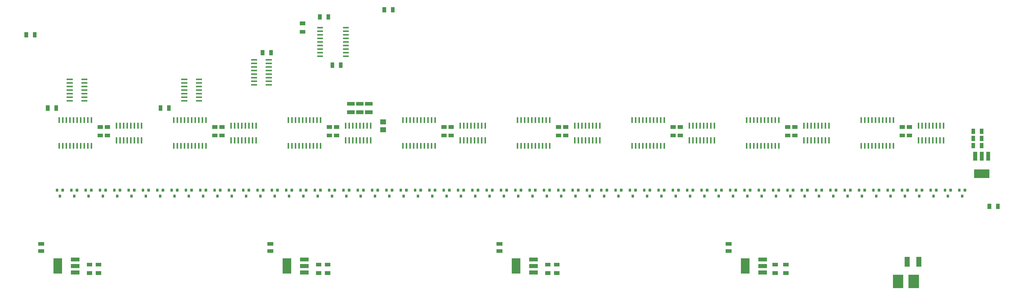
<source format=gbr>
G04 start of page 8 for group -4015 idx -4015
G04 Title: (unknown), toppaste *
G04 Creator: pcb-bin 20060822 *
G04 CreationDate: Mon Jun 23 06:34:48 2008 UTC *
G04 For: pete *
G04 Format: Gerber/RS-274X *
G04 PCB-Dimensions: 1500000 500000 *
G04 PCB-Coordinate-Origin: lower left *
%MOIN*%
%FSLAX24Y24*%
%LNFRONTPASTE*%
%ADD11R,0.0709X0.0709*%
%ADD12R,0.1450X0.1450*%
%ADD13R,0.0490X0.0490*%
%ADD14R,0.0512X0.0512*%
%ADD15R,0.0200X0.0200*%
%ADD16R,0.0340X0.0340*%
%ADD17R,0.0560X0.0560*%
%ADD18R,0.1220X0.1220*%
%ADD19R,0.0690X0.0690*%
G54D11*X132576Y10084D02*Y9415D01*
X130923Y10084D02*Y9415D01*
G54D12*X129660Y7200D02*Y6800D01*
X131840Y7200D02*Y6800D01*
G54D13*X9820Y11250D02*X10180D01*
X9820Y12250D02*X10180D01*
G54D14*X46381Y41909D02*X46618D01*
X46381Y43090D02*X46618D01*
X59090Y45118D02*Y44881D01*
X57909Y45118D02*Y44881D01*
X50659Y37368D02*Y37131D01*
X51840Y37368D02*Y37131D01*
X40909Y39118D02*Y38881D01*
X42090Y39118D02*Y38881D01*
X52974Y30659D02*X53525D01*
X52974Y31840D02*X53525D01*
G54D15*X36500Y27050D02*Y26400D01*
X37000Y27050D02*Y26400D01*
X37500Y27050D02*Y26400D01*
X38000Y27050D02*Y26400D01*
X38500Y27050D02*Y26400D01*
X39000Y27050D02*Y26400D01*
X39500Y27050D02*Y26400D01*
X40000Y27050D02*Y26400D01*
Y29100D02*Y28450D01*
X39500Y29100D02*Y28450D01*
X39000Y29100D02*Y28450D01*
X38500Y29100D02*Y28450D01*
X38000Y29100D02*Y28450D01*
X37500Y29100D02*Y28450D01*
X37000Y29100D02*Y28450D01*
X36500Y29100D02*Y28450D01*
X132500Y27050D02*Y26400D01*
X133000Y27050D02*Y26400D01*
X133500Y27050D02*Y26400D01*
X134000Y27050D02*Y26400D01*
X134500Y27050D02*Y26400D01*
X135000Y27050D02*Y26400D01*
X135500Y27050D02*Y26400D01*
X136000Y27050D02*Y26400D01*
Y29100D02*Y28450D01*
X135500Y29100D02*Y28450D01*
X135000Y29100D02*Y28450D01*
X134500Y29100D02*Y28450D01*
X134000Y29100D02*Y28450D01*
X133500Y29100D02*Y28450D01*
X133000Y29100D02*Y28450D01*
X132500Y29100D02*Y28450D01*
G54D14*X10909Y31368D02*Y31131D01*
X12090Y31368D02*Y31131D01*
G54D15*X49000Y29850D02*Y29250D01*
X48500Y29850D02*Y29250D01*
X48000Y29850D02*Y29250D01*
X47500Y29850D02*Y29250D01*
X47000Y29850D02*Y29250D01*
X46500Y29850D02*Y29250D01*
X46000Y29850D02*Y29250D01*
X45500Y29850D02*Y29250D01*
X45000Y29850D02*Y29250D01*
X44500Y29850D02*Y29250D01*
Y26250D02*Y25650D01*
X45000Y26250D02*Y25650D01*
X45500Y26250D02*Y25650D01*
X46000Y26250D02*Y25650D01*
X46500Y26250D02*Y25650D01*
X47000Y26250D02*Y25650D01*
X47500Y26250D02*Y25650D01*
X48000Y26250D02*Y25650D01*
X48500Y26250D02*Y25650D01*
X49000Y26250D02*Y25650D01*
X65000Y29850D02*Y29250D01*
X64500Y29850D02*Y29250D01*
X64000Y29850D02*Y29250D01*
X63500Y29850D02*Y29250D01*
X63000Y29850D02*Y29250D01*
X62500Y29850D02*Y29250D01*
X62000Y29850D02*Y29250D01*
X61500Y29850D02*Y29250D01*
X61000Y29850D02*Y29250D01*
X60500Y29850D02*Y29250D01*
Y26250D02*Y25650D01*
X61000Y26250D02*Y25650D01*
X61500Y26250D02*Y25650D01*
X62000Y26250D02*Y25650D01*
X62500Y26250D02*Y25650D01*
X63000Y26250D02*Y25650D01*
X63500Y26250D02*Y25650D01*
X64000Y26250D02*Y25650D01*
X64500Y26250D02*Y25650D01*
X65000Y26250D02*Y25650D01*
X129000Y29850D02*Y29250D01*
X128500Y29850D02*Y29250D01*
X128000Y29850D02*Y29250D01*
X127500Y29850D02*Y29250D01*
X127000Y29850D02*Y29250D01*
X126500Y29850D02*Y29250D01*
X126000Y29850D02*Y29250D01*
X125500Y29850D02*Y29250D01*
X125000Y29850D02*Y29250D01*
X124500Y29850D02*Y29250D01*
Y26250D02*Y25650D01*
X125000Y26250D02*Y25650D01*
X125500Y26250D02*Y25650D01*
X126000Y26250D02*Y25650D01*
X126500Y26250D02*Y25650D01*
X127000Y26250D02*Y25650D01*
X127500Y26250D02*Y25650D01*
X128000Y26250D02*Y25650D01*
X128500Y26250D02*Y25650D01*
X129000Y26250D02*Y25650D01*
X33000Y29850D02*Y29250D01*
X32500Y29850D02*Y29250D01*
X32000Y29850D02*Y29250D01*
X31500Y29850D02*Y29250D01*
X31000Y29850D02*Y29250D01*
X30500Y29850D02*Y29250D01*
X30000Y29850D02*Y29250D01*
X29500Y29850D02*Y29250D01*
X29000Y29850D02*Y29250D01*
X28500Y29850D02*Y29250D01*
Y26250D02*Y25650D01*
X29000Y26250D02*Y25650D01*
X29500Y26250D02*Y25650D01*
X30000Y26250D02*Y25650D01*
X30500Y26250D02*Y25650D01*
X31000Y26250D02*Y25650D01*
X31500Y26250D02*Y25650D01*
X32000Y26250D02*Y25650D01*
X32500Y26250D02*Y25650D01*
X33000Y26250D02*Y25650D01*
X81000Y29850D02*Y29250D01*
X80500Y29850D02*Y29250D01*
X80000Y29850D02*Y29250D01*
X79500Y29850D02*Y29250D01*
X79000Y29850D02*Y29250D01*
X78500Y29850D02*Y29250D01*
X78000Y29850D02*Y29250D01*
X77500Y29850D02*Y29250D01*
X77000Y29850D02*Y29250D01*
X76500Y29850D02*Y29250D01*
Y26250D02*Y25650D01*
X77000Y26250D02*Y25650D01*
X77500Y26250D02*Y25650D01*
X78000Y26250D02*Y25650D01*
X78500Y26250D02*Y25650D01*
X79000Y26250D02*Y25650D01*
X79500Y26250D02*Y25650D01*
X80000Y26250D02*Y25650D01*
X80500Y26250D02*Y25650D01*
X81000Y26250D02*Y25650D01*
X97000Y29850D02*Y29250D01*
X96500Y29850D02*Y29250D01*
X96000Y29850D02*Y29250D01*
X95500Y29850D02*Y29250D01*
X95000Y29850D02*Y29250D01*
X94500Y29850D02*Y29250D01*
X94000Y29850D02*Y29250D01*
X93500Y29850D02*Y29250D01*
X93000Y29850D02*Y29250D01*
X92500Y29850D02*Y29250D01*
Y26250D02*Y25650D01*
X93000Y26250D02*Y25650D01*
X93500Y26250D02*Y25650D01*
X94000Y26250D02*Y25650D01*
X94500Y26250D02*Y25650D01*
X95000Y26250D02*Y25650D01*
X95500Y26250D02*Y25650D01*
X96000Y26250D02*Y25650D01*
X96500Y26250D02*Y25650D01*
X97000Y26250D02*Y25650D01*
X113000Y29850D02*Y29250D01*
X112500Y29850D02*Y29250D01*
X112000Y29850D02*Y29250D01*
X111500Y29850D02*Y29250D01*
X111000Y29850D02*Y29250D01*
X110500Y29850D02*Y29250D01*
X110000Y29850D02*Y29250D01*
X109500Y29850D02*Y29250D01*
X109000Y29850D02*Y29250D01*
X108500Y29850D02*Y29250D01*
Y26250D02*Y25650D01*
X109000Y26250D02*Y25650D01*
X109500Y26250D02*Y25650D01*
X110000Y26250D02*Y25650D01*
X110500Y26250D02*Y25650D01*
X111000Y26250D02*Y25650D01*
X111500Y26250D02*Y25650D01*
X112000Y26250D02*Y25650D01*
X112500Y26250D02*Y25650D01*
X113000Y26250D02*Y25650D01*
G54D16*X51000Y19780D02*Y19720D01*
X50220Y19780D02*Y19720D01*
X50610Y18960D02*Y18900D01*
X87000Y19780D02*Y19720D01*
X86220Y19780D02*Y19720D01*
X86610Y18960D02*Y18900D01*
X55000Y19780D02*Y19720D01*
X54220Y19780D02*Y19720D01*
X54610Y18960D02*Y18900D01*
X57000Y19780D02*Y19720D01*
X56220Y19780D02*Y19720D01*
X56610Y18960D02*Y18900D01*
X59000Y19780D02*Y19720D01*
X58220Y19780D02*Y19720D01*
X58610Y18960D02*Y18900D01*
X111000Y19780D02*Y19720D01*
X110220Y19780D02*Y19720D01*
X110610Y18960D02*Y18900D01*
X113000Y19780D02*Y19720D01*
X112220Y19780D02*Y19720D01*
X112610Y18960D02*Y18900D01*
X115000Y19780D02*Y19720D01*
X114220Y19780D02*Y19720D01*
X114610Y18960D02*Y18900D01*
X117000Y19780D02*Y19720D01*
X116220Y19780D02*Y19720D01*
X116610Y18960D02*Y18900D01*
X101000Y19780D02*Y19720D01*
X100220Y19780D02*Y19720D01*
X100610Y18960D02*Y18900D01*
X103000Y19780D02*Y19720D01*
X102220Y19780D02*Y19720D01*
X102610Y18960D02*Y18900D01*
X105000Y19780D02*Y19720D01*
X104220Y19780D02*Y19720D01*
X104610Y18960D02*Y18900D01*
X119000Y19780D02*Y19720D01*
X118220Y19780D02*Y19720D01*
X118610Y18960D02*Y18900D01*
X107000Y19780D02*Y19720D01*
X106220Y19780D02*Y19720D01*
X106610Y18960D02*Y18900D01*
X109000Y19780D02*Y19720D01*
X108220Y19780D02*Y19720D01*
X108610Y18960D02*Y18900D01*
G54D14*X17881Y9340D02*X18118D01*
X17881Y8159D02*X18118D01*
G54D16*X97000Y19780D02*Y19720D01*
X96220Y19780D02*Y19720D01*
X96610Y18960D02*Y18900D01*
X99000Y19780D02*Y19720D01*
X98220Y19780D02*Y19720D01*
X98610Y18960D02*Y18900D01*
X121000Y19780D02*Y19720D01*
X120220Y19780D02*Y19720D01*
X120610Y18960D02*Y18900D01*
X71000Y19780D02*Y19720D01*
X70220Y19780D02*Y19720D01*
X70610Y18960D02*Y18900D01*
X73000Y19780D02*Y19720D01*
X72220Y19780D02*Y19720D01*
X72610Y18960D02*Y18900D01*
X127000Y19780D02*Y19720D01*
X126220Y19780D02*Y19720D01*
X126610Y18960D02*Y18900D01*
X85000Y19780D02*Y19720D01*
X84220Y19780D02*Y19720D01*
X84610Y18960D02*Y18900D01*
X19000Y19780D02*Y19720D01*
X18220Y19780D02*Y19720D01*
X18610Y18960D02*Y18900D01*
X21000Y19780D02*Y19720D01*
X20220Y19780D02*Y19720D01*
X20610Y18960D02*Y18900D01*
X23000Y19780D02*Y19720D01*
X22220Y19780D02*Y19720D01*
X22610Y18960D02*Y18900D01*
X25000Y19780D02*Y19720D01*
X24220Y19780D02*Y19720D01*
X24610Y18960D02*Y18900D01*
X27000Y19780D02*Y19720D01*
X26220Y19780D02*Y19720D01*
X26610Y18960D02*Y18900D01*
X29000Y19780D02*Y19720D01*
X28220Y19780D02*Y19720D01*
X28610Y18960D02*Y18900D01*
X13000Y19780D02*Y19720D01*
X12220Y19780D02*Y19720D01*
X12610Y18960D02*Y18900D01*
X129000Y19780D02*Y19720D01*
X128220Y19780D02*Y19720D01*
X128610Y18960D02*Y18900D01*
X89000Y19780D02*Y19720D01*
X88220Y19780D02*Y19720D01*
X88610Y18960D02*Y18900D01*
X31000Y19780D02*Y19720D01*
X30220Y19780D02*Y19720D01*
X30610Y18960D02*Y18900D01*
X33000Y19780D02*Y19720D01*
X32220Y19780D02*Y19720D01*
X32610Y18960D02*Y18900D01*
X123000Y19780D02*Y19720D01*
X122220Y19780D02*Y19720D01*
X122610Y18960D02*Y18900D01*
X125000Y19780D02*Y19720D01*
X124220Y19780D02*Y19720D01*
X124610Y18960D02*Y18900D01*
X75000Y19780D02*Y19720D01*
X74220Y19780D02*Y19720D01*
X74610Y18960D02*Y18900D01*
X77000Y19780D02*Y19720D01*
X76220Y19780D02*Y19720D01*
X76610Y18960D02*Y18900D01*
X79000Y19780D02*Y19720D01*
X78220Y19780D02*Y19720D01*
X78610Y18960D02*Y18900D01*
X43000Y19780D02*Y19720D01*
X42220Y19780D02*Y19720D01*
X42610Y18960D02*Y18900D01*
X45000Y19780D02*Y19720D01*
X44220Y19780D02*Y19720D01*
X44610Y18960D02*Y18900D01*
X47000Y19780D02*Y19720D01*
X46220Y19780D02*Y19720D01*
X46610Y18960D02*Y18900D01*
X49000Y19780D02*Y19720D01*
X48220Y19780D02*Y19720D01*
X48610Y18960D02*Y18900D01*
X15000Y19780D02*Y19720D01*
X14220Y19780D02*Y19720D01*
X14610Y18960D02*Y18900D01*
X17000Y19780D02*Y19720D01*
X16220Y19780D02*Y19720D01*
X16610Y18960D02*Y18900D01*
X131000Y19780D02*Y19720D01*
X130220Y19780D02*Y19720D01*
X130610Y18960D02*Y18900D01*
X133000Y19780D02*Y19720D01*
X132220Y19780D02*Y19720D01*
X132610Y18960D02*Y18900D01*
X135000Y19780D02*Y19720D01*
X134220Y19780D02*Y19720D01*
X134610Y18960D02*Y18900D01*
X137000Y19780D02*Y19720D01*
X136220Y19780D02*Y19720D01*
X136610Y18960D02*Y18900D01*
X139000Y19780D02*Y19720D01*
X138220Y19780D02*Y19720D01*
X138610Y18960D02*Y18900D01*
X81000Y19780D02*Y19720D01*
X80220Y19780D02*Y19720D01*
X80610Y18960D02*Y18900D01*
X83000Y19780D02*Y19720D01*
X82220Y19780D02*Y19720D01*
X82610Y18960D02*Y18900D01*
X53000Y19780D02*Y19720D01*
X52220Y19780D02*Y19720D01*
X52610Y18960D02*Y18900D01*
X61000Y19780D02*Y19720D01*
X60220Y19780D02*Y19720D01*
X60610Y18960D02*Y18900D01*
X63000Y19780D02*Y19720D01*
X62220Y19780D02*Y19720D01*
X62610Y18960D02*Y18900D01*
X37000Y19780D02*Y19720D01*
X36220Y19780D02*Y19720D01*
X36610Y18960D02*Y18900D01*
X65000Y19780D02*Y19720D01*
X64220Y19780D02*Y19720D01*
X64610Y18960D02*Y18900D01*
X67000Y19780D02*Y19720D01*
X66220Y19780D02*Y19720D01*
X66610Y18960D02*Y18900D01*
X39000Y19780D02*Y19720D01*
X38220Y19780D02*Y19720D01*
X38610Y18960D02*Y18900D01*
X69000Y19780D02*Y19720D01*
X68220Y19780D02*Y19720D01*
X68610Y18960D02*Y18900D01*
X41000Y19780D02*Y19720D01*
X40220Y19780D02*Y19720D01*
X40610Y18960D02*Y18900D01*
X35000Y19780D02*Y19720D01*
X34220Y19780D02*Y19720D01*
X34610Y18960D02*Y18900D01*
X91000Y19780D02*Y19720D01*
X90220Y19780D02*Y19720D01*
X90610Y18960D02*Y18900D01*
X93000Y19780D02*Y19720D01*
X92220Y19780D02*Y19720D01*
X92610Y18960D02*Y18900D01*
G54D14*X16631Y8159D02*X16868D01*
X16631Y9340D02*X16868D01*
G54D16*X95000Y19780D02*Y19720D01*
X94220Y19780D02*Y19720D01*
X94610Y18960D02*Y18900D01*
G54D14*X141340Y27118D02*Y26881D01*
X140159Y27118D02*Y26881D01*
X114131Y28590D02*X114368D01*
X114131Y27409D02*X114368D01*
X55474Y30659D02*X56025D01*
X55474Y31840D02*X56025D01*
X115131Y28590D02*X115368D01*
X115131Y27409D02*X115368D01*
X7909Y41618D02*Y41381D01*
X9090Y41618D02*Y41381D01*
X54224Y30659D02*X54775D01*
X54224Y31840D02*X54775D01*
X35131Y28590D02*X35368D01*
X35131Y27409D02*X35368D01*
X130131Y28590D02*X130368D01*
X130131Y27409D02*X130368D01*
X141340Y26118D02*Y25881D01*
X140159Y26118D02*Y25881D01*
X131131Y28590D02*X131368D01*
X131131Y27409D02*X131368D01*
X80631Y8159D02*X80868D01*
X80631Y9340D02*X80868D01*
X34131Y28590D02*X34368D01*
X34131Y27409D02*X34368D01*
X83131Y28590D02*X83368D01*
X83131Y27409D02*X83368D01*
X26659Y31368D02*Y31131D01*
X27840Y31368D02*Y31131D01*
X67131Y28590D02*X67368D01*
X67131Y27409D02*X67368D01*
X48909Y44118D02*Y43881D01*
X50090Y44118D02*Y43881D01*
G54D13*X105820Y11250D02*X106180D01*
X105820Y12250D02*X106180D01*
G54D14*X112381Y8159D02*X112618D01*
X112381Y9340D02*X112618D01*
X18131Y28590D02*X18368D01*
X18131Y27409D02*X18368D01*
G54D15*X116500Y27050D02*Y26400D01*
X117000Y27050D02*Y26400D01*
X117500Y27050D02*Y26400D01*
X118000Y27050D02*Y26400D01*
X118500Y27050D02*Y26400D01*
X119000Y27050D02*Y26400D01*
X119500Y27050D02*Y26400D01*
X120000Y27050D02*Y26400D01*
Y29100D02*Y28450D01*
X119500Y29100D02*Y28450D01*
X119000Y29100D02*Y28450D01*
X118500Y29100D02*Y28450D01*
X118000Y29100D02*Y28450D01*
X117500Y29100D02*Y28450D01*
X117000Y29100D02*Y28450D01*
X116500Y29100D02*Y28450D01*
G54D17*X14420Y8250D02*X15080D01*
X14420Y9150D02*X15080D01*
X14420Y10060D02*X15080D01*
G54D18*X12310Y9600D02*Y8700D01*
G54D15*X20500Y27050D02*Y26400D01*
X21000Y27050D02*Y26400D01*
X21500Y27050D02*Y26400D01*
X22000Y27050D02*Y26400D01*
X22500Y27050D02*Y26400D01*
X23000Y27050D02*Y26400D01*
X23500Y27050D02*Y26400D01*
X24000Y27050D02*Y26400D01*
Y29100D02*Y28450D01*
X23500Y29100D02*Y28450D01*
X23000Y29100D02*Y28450D01*
X22500Y29100D02*Y28450D01*
X22000Y29100D02*Y28450D01*
X21500Y29100D02*Y28450D01*
X21000Y29100D02*Y28450D01*
X20500Y29100D02*Y28450D01*
G54D14*X19131Y28590D02*X19368D01*
X19131Y27409D02*X19368D01*
G54D17*X46420Y8250D02*X47080D01*
X46420Y9150D02*X47080D01*
X46420Y10060D02*X47080D01*
G54D18*X44310Y9600D02*Y8700D01*
G54D13*X73820Y11250D02*X74180D01*
X73820Y12250D02*X74180D01*
G54D17*X78420Y8250D02*X79080D01*
X78420Y9150D02*X79080D01*
X78420Y10060D02*X79080D01*
G54D18*X76310Y9600D02*Y8700D01*
G54D14*X113881Y9340D02*X114118D01*
X113881Y8159D02*X114118D01*
X141340Y28118D02*Y27881D01*
X140159Y28118D02*Y27881D01*
G54D17*X110420Y8250D02*X111080D01*
X110420Y9150D02*X111080D01*
X110420Y10060D02*X111080D01*
G54D18*X108310Y9600D02*Y8700D01*
G54D14*X66131Y28590D02*X66368D01*
X66131Y27409D02*X66368D01*
G54D15*X17000Y29850D02*Y29250D01*
X16500Y29850D02*Y29250D01*
X16000Y29850D02*Y29250D01*
X15500Y29850D02*Y29250D01*
X15000Y29850D02*Y29250D01*
X14500Y29850D02*Y29250D01*
X14000Y29850D02*Y29250D01*
X13500Y29850D02*Y29250D01*
X13000Y29850D02*Y29250D01*
X12500Y29850D02*Y29250D01*
Y26250D02*Y25650D01*
X13000Y26250D02*Y25650D01*
X13500Y26250D02*Y25650D01*
X14000Y26250D02*Y25650D01*
X14500Y26250D02*Y25650D01*
X15000Y26250D02*Y25650D01*
X15500Y26250D02*Y25650D01*
X16000Y26250D02*Y25650D01*
X16500Y26250D02*Y25650D01*
X17000Y26250D02*Y25650D01*
G54D19*X57690Y29300D02*X57810D01*
X57690Y28200D02*X57810D01*
G54D15*X100500Y27050D02*Y26400D01*
X101000Y27050D02*Y26400D01*
X101500Y27050D02*Y26400D01*
X102000Y27050D02*Y26400D01*
X102500Y27050D02*Y26400D01*
X103000Y27050D02*Y26400D01*
X103500Y27050D02*Y26400D01*
X104000Y27050D02*Y26400D01*
Y29100D02*Y28450D01*
X103500Y29100D02*Y28450D01*
X103000Y29100D02*Y28450D01*
X102500Y29100D02*Y28450D01*
X102000Y29100D02*Y28450D01*
X101500Y29100D02*Y28450D01*
X101000Y29100D02*Y28450D01*
X100500Y29100D02*Y28450D01*
G54D14*X48631Y8159D02*X48868D01*
X48631Y9340D02*X48868D01*
X81881D02*X82118D01*
X81881Y8159D02*X82118D01*
X51131Y28590D02*X51368D01*
X51131Y27409D02*X51368D01*
G54D17*X142250Y24830D02*Y24170D01*
X141350Y24830D02*Y24170D01*
X140440Y24830D02*Y24170D01*
G54D18*X140900Y22060D02*X141800D01*
G54D14*X142409Y17618D02*Y17381D01*
X143590Y17618D02*Y17381D01*
X82131Y28590D02*X82368D01*
X82131Y27409D02*X82368D01*
X50131Y28590D02*X50368D01*
X50131Y27409D02*X50368D01*
G54D15*X15700Y32250D02*X16350D01*
X15700Y32750D02*X16350D01*
X15700Y33250D02*X16350D01*
X15700Y33750D02*X16350D01*
X15700Y34250D02*X16350D01*
X15700Y34750D02*X16350D01*
X15700Y35250D02*X16350D01*
X13650D02*X14300D01*
X13650Y34750D02*X14300D01*
X13650Y34250D02*X14300D01*
X13650Y33750D02*X14300D01*
X13650Y33250D02*X14300D01*
X13650Y32750D02*X14300D01*
X13650Y32250D02*X14300D01*
G54D14*X49881Y9340D02*X50118D01*
X49881Y8159D02*X50118D01*
G54D15*X84500Y27050D02*Y26400D01*
X85000Y27050D02*Y26400D01*
X85500Y27050D02*Y26400D01*
X86000Y27050D02*Y26400D01*
X86500Y27050D02*Y26400D01*
X87000Y27050D02*Y26400D01*
X87500Y27050D02*Y26400D01*
X88000Y27050D02*Y26400D01*
Y29100D02*Y28450D01*
X87500Y29100D02*Y28450D01*
X87000Y29100D02*Y28450D01*
X86500Y29100D02*Y28450D01*
X86000Y29100D02*Y28450D01*
X85500Y29100D02*Y28450D01*
X85000Y29100D02*Y28450D01*
X84500Y29100D02*Y28450D01*
X68500Y27050D02*Y26400D01*
X69000Y27050D02*Y26400D01*
X69500Y27050D02*Y26400D01*
X70000Y27050D02*Y26400D01*
X70500Y27050D02*Y26400D01*
X71000Y27050D02*Y26400D01*
X71500Y27050D02*Y26400D01*
X72000Y27050D02*Y26400D01*
Y29100D02*Y28450D01*
X71500Y29100D02*Y28450D01*
X71000Y29100D02*Y28450D01*
X70500Y29100D02*Y28450D01*
X70000Y29100D02*Y28450D01*
X69500Y29100D02*Y28450D01*
X69000Y29100D02*Y28450D01*
X68500Y29100D02*Y28450D01*
X52500Y27050D02*Y26400D01*
X53000Y27050D02*Y26400D01*
X53500Y27050D02*Y26400D01*
X54000Y27050D02*Y26400D01*
X54500Y27050D02*Y26400D01*
X55000Y27050D02*Y26400D01*
X55500Y27050D02*Y26400D01*
X56000Y27050D02*Y26400D01*
Y29100D02*Y28450D01*
X55500Y29100D02*Y28450D01*
X55000Y29100D02*Y28450D01*
X54500Y29100D02*Y28450D01*
X54000Y29100D02*Y28450D01*
X53500Y29100D02*Y28450D01*
X53000Y29100D02*Y28450D01*
X52500Y29100D02*Y28450D01*
G54D13*X41820Y11250D02*X42180D01*
X41820Y12250D02*X42180D01*
G54D15*X31700Y32250D02*X32350D01*
X31700Y32750D02*X32350D01*
X31700Y33250D02*X32350D01*
X31700Y33750D02*X32350D01*
X31700Y34250D02*X32350D01*
X31700Y34750D02*X32350D01*
X31700Y35250D02*X32350D01*
X29650D02*X30300D01*
X29650Y34750D02*X30300D01*
X29650Y34250D02*X30300D01*
X29650Y33750D02*X30300D01*
X29650Y33250D02*X30300D01*
X29650Y32750D02*X30300D01*
X29650Y32250D02*X30300D01*
X48650Y42500D02*X49250D01*
X48650Y42000D02*X49250D01*
X48650Y41500D02*X49250D01*
X48650Y41000D02*X49250D01*
X48650Y40500D02*X49250D01*
X48650Y40000D02*X49250D01*
X48650Y39500D02*X49250D01*
X48650Y39000D02*X49250D01*
X48650Y38500D02*X49250D01*
X52250D02*X52850D01*
X52250Y39000D02*X52850D01*
X52250Y39500D02*X52850D01*
X52250Y40000D02*X52850D01*
X52250Y40500D02*X52850D01*
X52250Y41000D02*X52850D01*
X52250Y41500D02*X52850D01*
X52250Y42000D02*X52850D01*
X52250Y42500D02*X52850D01*
X39400Y38000D02*X40050D01*
X39400Y37500D02*X40050D01*
X39400Y37000D02*X40050D01*
X39400Y36500D02*X40050D01*
X39400Y36000D02*X40050D01*
X39400Y35500D02*X40050D01*
X39400Y35000D02*X40050D01*
X39400Y34500D02*X40050D01*
X41450D02*X42100D01*
X41450Y35000D02*X42100D01*
X41450Y35500D02*X42100D01*
X41450Y36000D02*X42100D01*
X41450Y36500D02*X42100D01*
X41450Y37000D02*X42100D01*
X41450Y37500D02*X42100D01*
X41450Y38000D02*X42100D01*
G54D14*X98131Y28590D02*X98368D01*
X98131Y27409D02*X98368D01*
X99131Y28590D02*X99368D01*
X99131Y27409D02*X99368D01*
M02*

</source>
